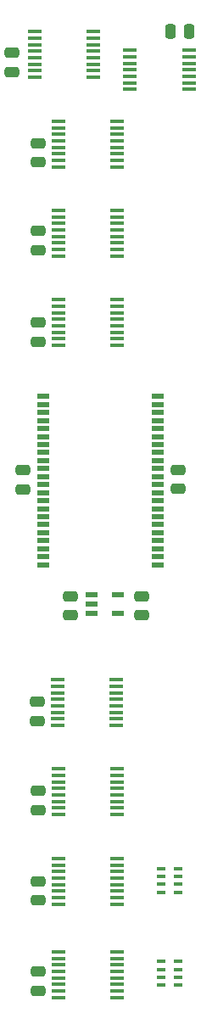
<source format=gtp>
%TF.GenerationSoftware,KiCad,Pcbnew,8.0.2*%
%TF.CreationDate,2024-06-04T18:57:32+02:00*%
%TF.ProjectId,Video Memory 2MB,56696465-6f20-44d6-956d-6f727920324d,V1*%
%TF.SameCoordinates,PX525bfc0PY43d3480*%
%TF.FileFunction,Paste,Top*%
%TF.FilePolarity,Positive*%
%FSLAX46Y46*%
G04 Gerber Fmt 4.6, Leading zero omitted, Abs format (unit mm)*
G04 Created by KiCad (PCBNEW 8.0.2) date 2024-06-04 18:57:32*
%MOMM*%
%LPD*%
G01*
G04 APERTURE LIST*
G04 Aperture macros list*
%AMRoundRect*
0 Rectangle with rounded corners*
0 $1 Rounding radius*
0 $2 $3 $4 $5 $6 $7 $8 $9 X,Y pos of 4 corners*
0 Add a 4 corners polygon primitive as box body*
4,1,4,$2,$3,$4,$5,$6,$7,$8,$9,$2,$3,0*
0 Add four circle primitives for the rounded corners*
1,1,$1+$1,$2,$3*
1,1,$1+$1,$4,$5*
1,1,$1+$1,$6,$7*
1,1,$1+$1,$8,$9*
0 Add four rect primitives between the rounded corners*
20,1,$1+$1,$2,$3,$4,$5,0*
20,1,$1+$1,$4,$5,$6,$7,0*
20,1,$1+$1,$6,$7,$8,$9,0*
20,1,$1+$1,$8,$9,$2,$3,0*%
G04 Aperture macros list end*
%ADD10R,1.150000X0.600000*%
%ADD11R,1.475000X0.450000*%
%ADD12R,1.295000X0.600000*%
%ADD13RoundRect,0.250000X0.250000X0.475000X-0.250000X0.475000X-0.250000X-0.475000X0.250000X-0.475000X0*%
%ADD14R,1.450000X0.450000*%
%ADD15RoundRect,0.250000X-0.475000X0.250000X-0.475000X-0.250000X0.475000X-0.250000X0.475000X0.250000X0*%
%ADD16RoundRect,0.250000X0.475000X-0.250000X0.475000X0.250000X-0.475000X0.250000X-0.475000X-0.250000X0*%
%ADD17R,0.900000X0.450000*%
G04 APERTURE END LIST*
D10*
%TO.C,IC36*%
X10638000Y-52517000D03*
X10638000Y-53467000D03*
X10638000Y-54417000D03*
X13238000Y-54417000D03*
X13238000Y-52517000D03*
%TD*%
D11*
%TO.C,IC10*%
X7332000Y-88149000D03*
X7332000Y-88799000D03*
X7332000Y-89449000D03*
X7332000Y-90099000D03*
X7332000Y-90749000D03*
X7332000Y-91399000D03*
X7332000Y-92049000D03*
X7332000Y-92699000D03*
X13208000Y-92699000D03*
X13208000Y-92049000D03*
X13208000Y-91399000D03*
X13208000Y-90749000D03*
X13208000Y-90099000D03*
X13208000Y-89449000D03*
X13208000Y-88799000D03*
X13208000Y-88149000D03*
%TD*%
%TO.C,IC9*%
X7332000Y-78851328D03*
X7332000Y-79501328D03*
X7332000Y-80151328D03*
X7332000Y-80801328D03*
X7332000Y-81451328D03*
X7332000Y-82101328D03*
X7332000Y-82751328D03*
X7332000Y-83401328D03*
X13208000Y-83401328D03*
X13208000Y-82751328D03*
X13208000Y-82101328D03*
X13208000Y-81451328D03*
X13208000Y-80801328D03*
X13208000Y-80151328D03*
X13208000Y-79501328D03*
X13208000Y-78851328D03*
%TD*%
D12*
%TO.C,IC3*%
X5816000Y-32729000D03*
X5816000Y-33529000D03*
X5816000Y-34329000D03*
X5816000Y-35129000D03*
X5816000Y-35929000D03*
X5816000Y-36729000D03*
X5816000Y-37529000D03*
X5816000Y-38329000D03*
X5816000Y-39129000D03*
X5816000Y-39929000D03*
X5816000Y-40729000D03*
X5816000Y-41529000D03*
X5816000Y-42329000D03*
X5816000Y-43129000D03*
X5816000Y-43929000D03*
X5816000Y-44729000D03*
X5816000Y-45529000D03*
X5816000Y-46329000D03*
X5816000Y-47129000D03*
X5816000Y-47929000D03*
X5816000Y-48729000D03*
X5816000Y-49529000D03*
X17272000Y-49529000D03*
X17272000Y-48729000D03*
X17272000Y-47929000D03*
X17272000Y-47129000D03*
X17272000Y-46329000D03*
X17272000Y-45529000D03*
X17272000Y-44729000D03*
X17272000Y-43929000D03*
X17272000Y-43129000D03*
X17272000Y-42329000D03*
X17272000Y-41529000D03*
X17272000Y-40729000D03*
X17272000Y-39929000D03*
X17272000Y-39129000D03*
X17272000Y-38329000D03*
X17272000Y-37529000D03*
X17272000Y-36729000D03*
X17272000Y-35929000D03*
X17272000Y-35129000D03*
X17272000Y-34329000D03*
X17272000Y-33529000D03*
X17272000Y-32729000D03*
%TD*%
D13*
%TO.C,C11*%
X20365000Y3683000D03*
X18465000Y3683000D03*
%TD*%
D14*
%TO.C,IC8*%
X7345000Y-69902000D03*
X7345000Y-70552000D03*
X7345000Y-71202000D03*
X7345000Y-71852000D03*
X7345000Y-72502000D03*
X7345000Y-73152000D03*
X7345000Y-73802000D03*
X7345000Y-74452000D03*
X13195000Y-74452000D03*
X13195000Y-73802000D03*
X13195000Y-73152000D03*
X13195000Y-72502000D03*
X13195000Y-71852000D03*
X13195000Y-71202000D03*
X13195000Y-70552000D03*
X13195000Y-69902000D03*
%TD*%
%TO.C,IC7*%
X7218000Y-61012000D03*
X7218000Y-61662000D03*
X7218000Y-62312000D03*
X7218000Y-62962000D03*
X7218000Y-63612000D03*
X7218000Y-64262000D03*
X7218000Y-64912000D03*
X7218000Y-65562000D03*
X13068000Y-65562000D03*
X13068000Y-64912000D03*
X13068000Y-64262000D03*
X13068000Y-63612000D03*
X13068000Y-62962000D03*
X13068000Y-62312000D03*
X13068000Y-61662000D03*
X13068000Y-61012000D03*
%TD*%
%TO.C,IC6*%
X7345000Y-23077998D03*
X7345000Y-23727998D03*
X7345000Y-24377998D03*
X7345000Y-25027998D03*
X7345000Y-25677998D03*
X7345000Y-26327998D03*
X7345000Y-26977998D03*
X7345000Y-27627998D03*
X13195000Y-27627998D03*
X13195000Y-26977998D03*
X13195000Y-26327998D03*
X13195000Y-25677998D03*
X13195000Y-25027998D03*
X13195000Y-24377998D03*
X13195000Y-23727998D03*
X13195000Y-23077998D03*
%TD*%
%TO.C,IC5*%
X7345000Y-14149000D03*
X7345000Y-14799000D03*
X7345000Y-15449000D03*
X7345000Y-16099000D03*
X7345000Y-16749000D03*
X7345000Y-17399000D03*
X7345000Y-18049000D03*
X7345000Y-18699000D03*
X13195000Y-18699000D03*
X13195000Y-18049000D03*
X13195000Y-17399000D03*
X13195000Y-16749000D03*
X13195000Y-16099000D03*
X13195000Y-15449000D03*
X13195000Y-14799000D03*
X13195000Y-14149000D03*
%TD*%
%TO.C,IC4*%
X7345000Y-5259000D03*
X7345000Y-5909000D03*
X7345000Y-6559000D03*
X7345000Y-7209000D03*
X7345000Y-7859000D03*
X7345000Y-8509000D03*
X7345000Y-9159000D03*
X7345000Y-9809000D03*
X13195000Y-9809000D03*
X13195000Y-9159000D03*
X13195000Y-8509000D03*
X13195000Y-7859000D03*
X13195000Y-7209000D03*
X13195000Y-6559000D03*
X13195000Y-5909000D03*
X13195000Y-5259000D03*
%TD*%
%TO.C,IC2*%
X4949000Y3672000D03*
X4949000Y3022000D03*
X4949000Y2372000D03*
X4949000Y1722000D03*
X4949000Y1072000D03*
X4949000Y422000D03*
X4949000Y-228000D03*
X4949000Y-878000D03*
X10799000Y-878000D03*
X10799000Y-228000D03*
X10799000Y422000D03*
X10799000Y1072000D03*
X10799000Y1722000D03*
X10799000Y2372000D03*
X10799000Y3022000D03*
X10799000Y3672000D03*
%TD*%
D11*
%TO.C,IC1*%
X14461000Y1823000D03*
X14461000Y1173000D03*
X14461000Y523000D03*
X14461000Y-127000D03*
X14461000Y-777000D03*
X14461000Y-1427000D03*
X14461000Y-2077000D03*
X20337000Y-2077000D03*
X20337000Y-1427000D03*
X20337000Y-777000D03*
X20337000Y-127000D03*
X20337000Y523000D03*
X20337000Y1173000D03*
X20337000Y1823000D03*
%TD*%
D15*
%TO.C,C42*%
X15621000Y-52660000D03*
X15621000Y-54560000D03*
%TD*%
D16*
%TO.C,C4*%
X19304000Y-41955000D03*
X19304000Y-40055000D03*
%TD*%
D15*
%TO.C,C10*%
X2691997Y1569000D03*
X2691997Y-331000D03*
%TD*%
%TO.C,C1*%
X5334000Y-7448000D03*
X5334000Y-9348000D03*
%TD*%
%TO.C,C41*%
X8509000Y-52660000D03*
X8509000Y-54560000D03*
%TD*%
%TO.C,C6*%
X5334000Y-72091000D03*
X5334000Y-73991000D03*
%TD*%
%TO.C,C7*%
X5207000Y-63201000D03*
X5207000Y-65101000D03*
%TD*%
D17*
%TO.C,RN7*%
X17536000Y-79826000D03*
X17536000Y-80626000D03*
X17536000Y-81426000D03*
X17536000Y-82226000D03*
X19236000Y-82226000D03*
X19236000Y-81426000D03*
X19236000Y-80626000D03*
X19236000Y-79826000D03*
%TD*%
D15*
%TO.C,C8*%
X5334000Y-25355000D03*
X5334000Y-27255000D03*
%TD*%
%TO.C,C9*%
X5334000Y-16211000D03*
X5334000Y-18111000D03*
%TD*%
%TO.C,C2*%
X5334000Y-90125000D03*
X5334000Y-92025000D03*
%TD*%
D17*
%TO.C,RN8*%
X17536000Y-89097000D03*
X17536000Y-89897000D03*
X17536000Y-90697000D03*
X17536000Y-91497000D03*
X19236000Y-91497000D03*
X19236000Y-90697000D03*
X19236000Y-89897000D03*
X19236000Y-89097000D03*
%TD*%
D15*
%TO.C,C3*%
X3810000Y-40087000D03*
X3810000Y-41987000D03*
%TD*%
%TO.C,C5*%
X5334000Y-81108000D03*
X5334000Y-83008000D03*
%TD*%
M02*

</source>
